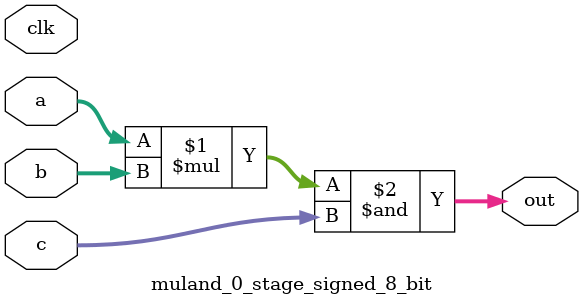
<source format=sv>
(* use_dsp = "yes" *) module muland_0_stage_signed_8_bit(
	input signed [7:0] a,
	input signed [7:0] b,
	input signed [7:0] c,
	output [7:0] out,
	input clk);

	assign out = (a * b) & c;
endmodule

</source>
